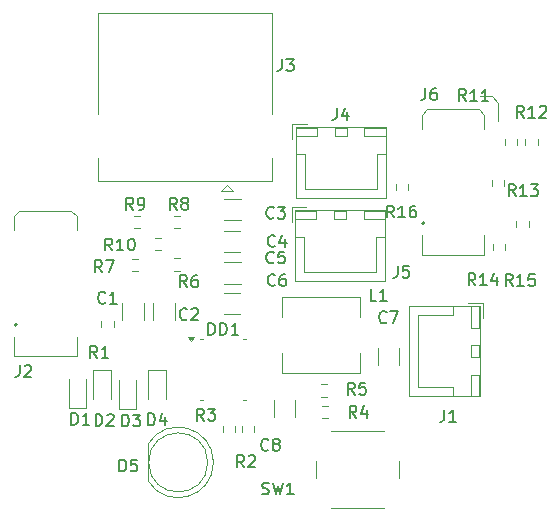
<source format=gbr>
%TF.GenerationSoftware,KiCad,Pcbnew,8.0.4*%
%TF.CreationDate,2024-12-31T00:11:05+04:00*%
%TF.ProjectId,Powerbank,506f7765-7262-4616-9e6b-2e6b69636164,rev?*%
%TF.SameCoordinates,Original*%
%TF.FileFunction,Legend,Top*%
%TF.FilePolarity,Positive*%
%FSLAX46Y46*%
G04 Gerber Fmt 4.6, Leading zero omitted, Abs format (unit mm)*
G04 Created by KiCad (PCBNEW 8.0.4) date 2024-12-31 00:11:05*
%MOMM*%
%LPD*%
G01*
G04 APERTURE LIST*
%ADD10C,0.100000*%
%ADD11C,0.150000*%
%ADD12C,0.120000*%
G04 APERTURE END LIST*
D10*
X155500000Y-84200000D02*
X156500000Y-84200000D01*
X156500000Y-84200000D02*
X157050000Y-84850000D01*
X157050000Y-84850000D02*
X157050000Y-86350000D01*
D11*
X137583333Y-114159580D02*
X137535714Y-114207200D01*
X137535714Y-114207200D02*
X137392857Y-114254819D01*
X137392857Y-114254819D02*
X137297619Y-114254819D01*
X137297619Y-114254819D02*
X137154762Y-114207200D01*
X137154762Y-114207200D02*
X137059524Y-114111961D01*
X137059524Y-114111961D02*
X137011905Y-114016723D01*
X137011905Y-114016723D02*
X136964286Y-113826247D01*
X136964286Y-113826247D02*
X136964286Y-113683390D01*
X136964286Y-113683390D02*
X137011905Y-113492914D01*
X137011905Y-113492914D02*
X137059524Y-113397676D01*
X137059524Y-113397676D02*
X137154762Y-113302438D01*
X137154762Y-113302438D02*
X137297619Y-113254819D01*
X137297619Y-113254819D02*
X137392857Y-113254819D01*
X137392857Y-113254819D02*
X137535714Y-113302438D01*
X137535714Y-113302438D02*
X137583333Y-113350057D01*
X138154762Y-113683390D02*
X138059524Y-113635771D01*
X138059524Y-113635771D02*
X138011905Y-113588152D01*
X138011905Y-113588152D02*
X137964286Y-113492914D01*
X137964286Y-113492914D02*
X137964286Y-113445295D01*
X137964286Y-113445295D02*
X138011905Y-113350057D01*
X138011905Y-113350057D02*
X138059524Y-113302438D01*
X138059524Y-113302438D02*
X138154762Y-113254819D01*
X138154762Y-113254819D02*
X138345238Y-113254819D01*
X138345238Y-113254819D02*
X138440476Y-113302438D01*
X138440476Y-113302438D02*
X138488095Y-113350057D01*
X138488095Y-113350057D02*
X138535714Y-113445295D01*
X138535714Y-113445295D02*
X138535714Y-113492914D01*
X138535714Y-113492914D02*
X138488095Y-113588152D01*
X138488095Y-113588152D02*
X138440476Y-113635771D01*
X138440476Y-113635771D02*
X138345238Y-113683390D01*
X138345238Y-113683390D02*
X138154762Y-113683390D01*
X138154762Y-113683390D02*
X138059524Y-113731009D01*
X138059524Y-113731009D02*
X138011905Y-113778628D01*
X138011905Y-113778628D02*
X137964286Y-113873866D01*
X137964286Y-113873866D02*
X137964286Y-114064342D01*
X137964286Y-114064342D02*
X138011905Y-114159580D01*
X138011905Y-114159580D02*
X138059524Y-114207200D01*
X138059524Y-114207200D02*
X138154762Y-114254819D01*
X138154762Y-114254819D02*
X138345238Y-114254819D01*
X138345238Y-114254819D02*
X138440476Y-114207200D01*
X138440476Y-114207200D02*
X138488095Y-114159580D01*
X138488095Y-114159580D02*
X138535714Y-114064342D01*
X138535714Y-114064342D02*
X138535714Y-113873866D01*
X138535714Y-113873866D02*
X138488095Y-113778628D01*
X138488095Y-113778628D02*
X138440476Y-113731009D01*
X138440476Y-113731009D02*
X138345238Y-113683390D01*
X130683333Y-103109580D02*
X130635714Y-103157200D01*
X130635714Y-103157200D02*
X130492857Y-103204819D01*
X130492857Y-103204819D02*
X130397619Y-103204819D01*
X130397619Y-103204819D02*
X130254762Y-103157200D01*
X130254762Y-103157200D02*
X130159524Y-103061961D01*
X130159524Y-103061961D02*
X130111905Y-102966723D01*
X130111905Y-102966723D02*
X130064286Y-102776247D01*
X130064286Y-102776247D02*
X130064286Y-102633390D01*
X130064286Y-102633390D02*
X130111905Y-102442914D01*
X130111905Y-102442914D02*
X130159524Y-102347676D01*
X130159524Y-102347676D02*
X130254762Y-102252438D01*
X130254762Y-102252438D02*
X130397619Y-102204819D01*
X130397619Y-102204819D02*
X130492857Y-102204819D01*
X130492857Y-102204819D02*
X130635714Y-102252438D01*
X130635714Y-102252438D02*
X130683333Y-102300057D01*
X131064286Y-102300057D02*
X131111905Y-102252438D01*
X131111905Y-102252438D02*
X131207143Y-102204819D01*
X131207143Y-102204819D02*
X131445238Y-102204819D01*
X131445238Y-102204819D02*
X131540476Y-102252438D01*
X131540476Y-102252438D02*
X131588095Y-102300057D01*
X131588095Y-102300057D02*
X131635714Y-102395295D01*
X131635714Y-102395295D02*
X131635714Y-102490533D01*
X131635714Y-102490533D02*
X131588095Y-102633390D01*
X131588095Y-102633390D02*
X131016667Y-103204819D01*
X131016667Y-103204819D02*
X131635714Y-103204819D01*
X158507142Y-92704819D02*
X158173809Y-92228628D01*
X157935714Y-92704819D02*
X157935714Y-91704819D01*
X157935714Y-91704819D02*
X158316666Y-91704819D01*
X158316666Y-91704819D02*
X158411904Y-91752438D01*
X158411904Y-91752438D02*
X158459523Y-91800057D01*
X158459523Y-91800057D02*
X158507142Y-91895295D01*
X158507142Y-91895295D02*
X158507142Y-92038152D01*
X158507142Y-92038152D02*
X158459523Y-92133390D01*
X158459523Y-92133390D02*
X158411904Y-92181009D01*
X158411904Y-92181009D02*
X158316666Y-92228628D01*
X158316666Y-92228628D02*
X157935714Y-92228628D01*
X159459523Y-92704819D02*
X158888095Y-92704819D01*
X159173809Y-92704819D02*
X159173809Y-91704819D01*
X159173809Y-91704819D02*
X159078571Y-91847676D01*
X159078571Y-91847676D02*
X158983333Y-91942914D01*
X158983333Y-91942914D02*
X158888095Y-91990533D01*
X159792857Y-91704819D02*
X160411904Y-91704819D01*
X160411904Y-91704819D02*
X160078571Y-92085771D01*
X160078571Y-92085771D02*
X160221428Y-92085771D01*
X160221428Y-92085771D02*
X160316666Y-92133390D01*
X160316666Y-92133390D02*
X160364285Y-92181009D01*
X160364285Y-92181009D02*
X160411904Y-92276247D01*
X160411904Y-92276247D02*
X160411904Y-92514342D01*
X160411904Y-92514342D02*
X160364285Y-92609580D01*
X160364285Y-92609580D02*
X160316666Y-92657200D01*
X160316666Y-92657200D02*
X160221428Y-92704819D01*
X160221428Y-92704819D02*
X159935714Y-92704819D01*
X159935714Y-92704819D02*
X159840476Y-92657200D01*
X159840476Y-92657200D02*
X159792857Y-92609580D01*
X137066667Y-117907200D02*
X137209524Y-117954819D01*
X137209524Y-117954819D02*
X137447619Y-117954819D01*
X137447619Y-117954819D02*
X137542857Y-117907200D01*
X137542857Y-117907200D02*
X137590476Y-117859580D01*
X137590476Y-117859580D02*
X137638095Y-117764342D01*
X137638095Y-117764342D02*
X137638095Y-117669104D01*
X137638095Y-117669104D02*
X137590476Y-117573866D01*
X137590476Y-117573866D02*
X137542857Y-117526247D01*
X137542857Y-117526247D02*
X137447619Y-117478628D01*
X137447619Y-117478628D02*
X137257143Y-117431009D01*
X137257143Y-117431009D02*
X137161905Y-117383390D01*
X137161905Y-117383390D02*
X137114286Y-117335771D01*
X137114286Y-117335771D02*
X137066667Y-117240533D01*
X137066667Y-117240533D02*
X137066667Y-117145295D01*
X137066667Y-117145295D02*
X137114286Y-117050057D01*
X137114286Y-117050057D02*
X137161905Y-117002438D01*
X137161905Y-117002438D02*
X137257143Y-116954819D01*
X137257143Y-116954819D02*
X137495238Y-116954819D01*
X137495238Y-116954819D02*
X137638095Y-117002438D01*
X137971429Y-116954819D02*
X138209524Y-117954819D01*
X138209524Y-117954819D02*
X138400000Y-117240533D01*
X138400000Y-117240533D02*
X138590476Y-117954819D01*
X138590476Y-117954819D02*
X138828572Y-116954819D01*
X139733333Y-117954819D02*
X139161905Y-117954819D01*
X139447619Y-117954819D02*
X139447619Y-116954819D01*
X139447619Y-116954819D02*
X139352381Y-117097676D01*
X139352381Y-117097676D02*
X139257143Y-117192914D01*
X139257143Y-117192914D02*
X139161905Y-117240533D01*
X116516666Y-107004819D02*
X116516666Y-107719104D01*
X116516666Y-107719104D02*
X116469047Y-107861961D01*
X116469047Y-107861961D02*
X116373809Y-107957200D01*
X116373809Y-107957200D02*
X116230952Y-108004819D01*
X116230952Y-108004819D02*
X116135714Y-108004819D01*
X116945238Y-107100057D02*
X116992857Y-107052438D01*
X116992857Y-107052438D02*
X117088095Y-107004819D01*
X117088095Y-107004819D02*
X117326190Y-107004819D01*
X117326190Y-107004819D02*
X117421428Y-107052438D01*
X117421428Y-107052438D02*
X117469047Y-107100057D01*
X117469047Y-107100057D02*
X117516666Y-107195295D01*
X117516666Y-107195295D02*
X117516666Y-107290533D01*
X117516666Y-107290533D02*
X117469047Y-107433390D01*
X117469047Y-107433390D02*
X116897619Y-108004819D01*
X116897619Y-108004819D02*
X117516666Y-108004819D01*
X150866666Y-83554819D02*
X150866666Y-84269104D01*
X150866666Y-84269104D02*
X150819047Y-84411961D01*
X150819047Y-84411961D02*
X150723809Y-84507200D01*
X150723809Y-84507200D02*
X150580952Y-84554819D01*
X150580952Y-84554819D02*
X150485714Y-84554819D01*
X151771428Y-83554819D02*
X151580952Y-83554819D01*
X151580952Y-83554819D02*
X151485714Y-83602438D01*
X151485714Y-83602438D02*
X151438095Y-83650057D01*
X151438095Y-83650057D02*
X151342857Y-83792914D01*
X151342857Y-83792914D02*
X151295238Y-83983390D01*
X151295238Y-83983390D02*
X151295238Y-84364342D01*
X151295238Y-84364342D02*
X151342857Y-84459580D01*
X151342857Y-84459580D02*
X151390476Y-84507200D01*
X151390476Y-84507200D02*
X151485714Y-84554819D01*
X151485714Y-84554819D02*
X151676190Y-84554819D01*
X151676190Y-84554819D02*
X151771428Y-84507200D01*
X151771428Y-84507200D02*
X151819047Y-84459580D01*
X151819047Y-84459580D02*
X151866666Y-84364342D01*
X151866666Y-84364342D02*
X151866666Y-84126247D01*
X151866666Y-84126247D02*
X151819047Y-84031009D01*
X151819047Y-84031009D02*
X151771428Y-83983390D01*
X151771428Y-83983390D02*
X151676190Y-83935771D01*
X151676190Y-83935771D02*
X151485714Y-83935771D01*
X151485714Y-83935771D02*
X151390476Y-83983390D01*
X151390476Y-83983390D02*
X151342857Y-84031009D01*
X151342857Y-84031009D02*
X151295238Y-84126247D01*
X146733333Y-101554819D02*
X146257143Y-101554819D01*
X146257143Y-101554819D02*
X146257143Y-100554819D01*
X147590476Y-101554819D02*
X147019048Y-101554819D01*
X147304762Y-101554819D02*
X147304762Y-100554819D01*
X147304762Y-100554819D02*
X147209524Y-100697676D01*
X147209524Y-100697676D02*
X147114286Y-100792914D01*
X147114286Y-100792914D02*
X147019048Y-100840533D01*
X138033333Y-98309580D02*
X137985714Y-98357200D01*
X137985714Y-98357200D02*
X137842857Y-98404819D01*
X137842857Y-98404819D02*
X137747619Y-98404819D01*
X137747619Y-98404819D02*
X137604762Y-98357200D01*
X137604762Y-98357200D02*
X137509524Y-98261961D01*
X137509524Y-98261961D02*
X137461905Y-98166723D01*
X137461905Y-98166723D02*
X137414286Y-97976247D01*
X137414286Y-97976247D02*
X137414286Y-97833390D01*
X137414286Y-97833390D02*
X137461905Y-97642914D01*
X137461905Y-97642914D02*
X137509524Y-97547676D01*
X137509524Y-97547676D02*
X137604762Y-97452438D01*
X137604762Y-97452438D02*
X137747619Y-97404819D01*
X137747619Y-97404819D02*
X137842857Y-97404819D01*
X137842857Y-97404819D02*
X137985714Y-97452438D01*
X137985714Y-97452438D02*
X138033333Y-97500057D01*
X138938095Y-97404819D02*
X138461905Y-97404819D01*
X138461905Y-97404819D02*
X138414286Y-97881009D01*
X138414286Y-97881009D02*
X138461905Y-97833390D01*
X138461905Y-97833390D02*
X138557143Y-97785771D01*
X138557143Y-97785771D02*
X138795238Y-97785771D01*
X138795238Y-97785771D02*
X138890476Y-97833390D01*
X138890476Y-97833390D02*
X138938095Y-97881009D01*
X138938095Y-97881009D02*
X138985714Y-97976247D01*
X138985714Y-97976247D02*
X138985714Y-98214342D01*
X138985714Y-98214342D02*
X138938095Y-98309580D01*
X138938095Y-98309580D02*
X138890476Y-98357200D01*
X138890476Y-98357200D02*
X138795238Y-98404819D01*
X138795238Y-98404819D02*
X138557143Y-98404819D01*
X138557143Y-98404819D02*
X138461905Y-98357200D01*
X138461905Y-98357200D02*
X138414286Y-98309580D01*
X138133333Y-100209580D02*
X138085714Y-100257200D01*
X138085714Y-100257200D02*
X137942857Y-100304819D01*
X137942857Y-100304819D02*
X137847619Y-100304819D01*
X137847619Y-100304819D02*
X137704762Y-100257200D01*
X137704762Y-100257200D02*
X137609524Y-100161961D01*
X137609524Y-100161961D02*
X137561905Y-100066723D01*
X137561905Y-100066723D02*
X137514286Y-99876247D01*
X137514286Y-99876247D02*
X137514286Y-99733390D01*
X137514286Y-99733390D02*
X137561905Y-99542914D01*
X137561905Y-99542914D02*
X137609524Y-99447676D01*
X137609524Y-99447676D02*
X137704762Y-99352438D01*
X137704762Y-99352438D02*
X137847619Y-99304819D01*
X137847619Y-99304819D02*
X137942857Y-99304819D01*
X137942857Y-99304819D02*
X138085714Y-99352438D01*
X138085714Y-99352438D02*
X138133333Y-99400057D01*
X138990476Y-99304819D02*
X138800000Y-99304819D01*
X138800000Y-99304819D02*
X138704762Y-99352438D01*
X138704762Y-99352438D02*
X138657143Y-99400057D01*
X138657143Y-99400057D02*
X138561905Y-99542914D01*
X138561905Y-99542914D02*
X138514286Y-99733390D01*
X138514286Y-99733390D02*
X138514286Y-100114342D01*
X138514286Y-100114342D02*
X138561905Y-100209580D01*
X138561905Y-100209580D02*
X138609524Y-100257200D01*
X138609524Y-100257200D02*
X138704762Y-100304819D01*
X138704762Y-100304819D02*
X138895238Y-100304819D01*
X138895238Y-100304819D02*
X138990476Y-100257200D01*
X138990476Y-100257200D02*
X139038095Y-100209580D01*
X139038095Y-100209580D02*
X139085714Y-100114342D01*
X139085714Y-100114342D02*
X139085714Y-99876247D01*
X139085714Y-99876247D02*
X139038095Y-99781009D01*
X139038095Y-99781009D02*
X138990476Y-99733390D01*
X138990476Y-99733390D02*
X138895238Y-99685771D01*
X138895238Y-99685771D02*
X138704762Y-99685771D01*
X138704762Y-99685771D02*
X138609524Y-99733390D01*
X138609524Y-99733390D02*
X138561905Y-99781009D01*
X138561905Y-99781009D02*
X138514286Y-99876247D01*
X129833333Y-93854819D02*
X129500000Y-93378628D01*
X129261905Y-93854819D02*
X129261905Y-92854819D01*
X129261905Y-92854819D02*
X129642857Y-92854819D01*
X129642857Y-92854819D02*
X129738095Y-92902438D01*
X129738095Y-92902438D02*
X129785714Y-92950057D01*
X129785714Y-92950057D02*
X129833333Y-93045295D01*
X129833333Y-93045295D02*
X129833333Y-93188152D01*
X129833333Y-93188152D02*
X129785714Y-93283390D01*
X129785714Y-93283390D02*
X129738095Y-93331009D01*
X129738095Y-93331009D02*
X129642857Y-93378628D01*
X129642857Y-93378628D02*
X129261905Y-93378628D01*
X130404762Y-93283390D02*
X130309524Y-93235771D01*
X130309524Y-93235771D02*
X130261905Y-93188152D01*
X130261905Y-93188152D02*
X130214286Y-93092914D01*
X130214286Y-93092914D02*
X130214286Y-93045295D01*
X130214286Y-93045295D02*
X130261905Y-92950057D01*
X130261905Y-92950057D02*
X130309524Y-92902438D01*
X130309524Y-92902438D02*
X130404762Y-92854819D01*
X130404762Y-92854819D02*
X130595238Y-92854819D01*
X130595238Y-92854819D02*
X130690476Y-92902438D01*
X130690476Y-92902438D02*
X130738095Y-92950057D01*
X130738095Y-92950057D02*
X130785714Y-93045295D01*
X130785714Y-93045295D02*
X130785714Y-93092914D01*
X130785714Y-93092914D02*
X130738095Y-93188152D01*
X130738095Y-93188152D02*
X130690476Y-93235771D01*
X130690476Y-93235771D02*
X130595238Y-93283390D01*
X130595238Y-93283390D02*
X130404762Y-93283390D01*
X130404762Y-93283390D02*
X130309524Y-93331009D01*
X130309524Y-93331009D02*
X130261905Y-93378628D01*
X130261905Y-93378628D02*
X130214286Y-93473866D01*
X130214286Y-93473866D02*
X130214286Y-93664342D01*
X130214286Y-93664342D02*
X130261905Y-93759580D01*
X130261905Y-93759580D02*
X130309524Y-93807200D01*
X130309524Y-93807200D02*
X130404762Y-93854819D01*
X130404762Y-93854819D02*
X130595238Y-93854819D01*
X130595238Y-93854819D02*
X130690476Y-93807200D01*
X130690476Y-93807200D02*
X130738095Y-93759580D01*
X130738095Y-93759580D02*
X130785714Y-93664342D01*
X130785714Y-93664342D02*
X130785714Y-93473866D01*
X130785714Y-93473866D02*
X130738095Y-93378628D01*
X130738095Y-93378628D02*
X130690476Y-93331009D01*
X130690476Y-93331009D02*
X130595238Y-93283390D01*
X158257142Y-100304819D02*
X157923809Y-99828628D01*
X157685714Y-100304819D02*
X157685714Y-99304819D01*
X157685714Y-99304819D02*
X158066666Y-99304819D01*
X158066666Y-99304819D02*
X158161904Y-99352438D01*
X158161904Y-99352438D02*
X158209523Y-99400057D01*
X158209523Y-99400057D02*
X158257142Y-99495295D01*
X158257142Y-99495295D02*
X158257142Y-99638152D01*
X158257142Y-99638152D02*
X158209523Y-99733390D01*
X158209523Y-99733390D02*
X158161904Y-99781009D01*
X158161904Y-99781009D02*
X158066666Y-99828628D01*
X158066666Y-99828628D02*
X157685714Y-99828628D01*
X159209523Y-100304819D02*
X158638095Y-100304819D01*
X158923809Y-100304819D02*
X158923809Y-99304819D01*
X158923809Y-99304819D02*
X158828571Y-99447676D01*
X158828571Y-99447676D02*
X158733333Y-99542914D01*
X158733333Y-99542914D02*
X158638095Y-99590533D01*
X160114285Y-99304819D02*
X159638095Y-99304819D01*
X159638095Y-99304819D02*
X159590476Y-99781009D01*
X159590476Y-99781009D02*
X159638095Y-99733390D01*
X159638095Y-99733390D02*
X159733333Y-99685771D01*
X159733333Y-99685771D02*
X159971428Y-99685771D01*
X159971428Y-99685771D02*
X160066666Y-99733390D01*
X160066666Y-99733390D02*
X160114285Y-99781009D01*
X160114285Y-99781009D02*
X160161904Y-99876247D01*
X160161904Y-99876247D02*
X160161904Y-100114342D01*
X160161904Y-100114342D02*
X160114285Y-100209580D01*
X160114285Y-100209580D02*
X160066666Y-100257200D01*
X160066666Y-100257200D02*
X159971428Y-100304819D01*
X159971428Y-100304819D02*
X159733333Y-100304819D01*
X159733333Y-100304819D02*
X159638095Y-100257200D01*
X159638095Y-100257200D02*
X159590476Y-100209580D01*
X148516666Y-98604819D02*
X148516666Y-99319104D01*
X148516666Y-99319104D02*
X148469047Y-99461961D01*
X148469047Y-99461961D02*
X148373809Y-99557200D01*
X148373809Y-99557200D02*
X148230952Y-99604819D01*
X148230952Y-99604819D02*
X148135714Y-99604819D01*
X149469047Y-98604819D02*
X148992857Y-98604819D01*
X148992857Y-98604819D02*
X148945238Y-99081009D01*
X148945238Y-99081009D02*
X148992857Y-99033390D01*
X148992857Y-99033390D02*
X149088095Y-98985771D01*
X149088095Y-98985771D02*
X149326190Y-98985771D01*
X149326190Y-98985771D02*
X149421428Y-99033390D01*
X149421428Y-99033390D02*
X149469047Y-99081009D01*
X149469047Y-99081009D02*
X149516666Y-99176247D01*
X149516666Y-99176247D02*
X149516666Y-99414342D01*
X149516666Y-99414342D02*
X149469047Y-99509580D01*
X149469047Y-99509580D02*
X149421428Y-99557200D01*
X149421428Y-99557200D02*
X149326190Y-99604819D01*
X149326190Y-99604819D02*
X149088095Y-99604819D01*
X149088095Y-99604819D02*
X148992857Y-99557200D01*
X148992857Y-99557200D02*
X148945238Y-99509580D01*
X123783333Y-101709580D02*
X123735714Y-101757200D01*
X123735714Y-101757200D02*
X123592857Y-101804819D01*
X123592857Y-101804819D02*
X123497619Y-101804819D01*
X123497619Y-101804819D02*
X123354762Y-101757200D01*
X123354762Y-101757200D02*
X123259524Y-101661961D01*
X123259524Y-101661961D02*
X123211905Y-101566723D01*
X123211905Y-101566723D02*
X123164286Y-101376247D01*
X123164286Y-101376247D02*
X123164286Y-101233390D01*
X123164286Y-101233390D02*
X123211905Y-101042914D01*
X123211905Y-101042914D02*
X123259524Y-100947676D01*
X123259524Y-100947676D02*
X123354762Y-100852438D01*
X123354762Y-100852438D02*
X123497619Y-100804819D01*
X123497619Y-100804819D02*
X123592857Y-100804819D01*
X123592857Y-100804819D02*
X123735714Y-100852438D01*
X123735714Y-100852438D02*
X123783333Y-100900057D01*
X124735714Y-101804819D02*
X124164286Y-101804819D01*
X124450000Y-101804819D02*
X124450000Y-100804819D01*
X124450000Y-100804819D02*
X124354762Y-100947676D01*
X124354762Y-100947676D02*
X124259524Y-101042914D01*
X124259524Y-101042914D02*
X124164286Y-101090533D01*
X135533333Y-115654819D02*
X135200000Y-115178628D01*
X134961905Y-115654819D02*
X134961905Y-114654819D01*
X134961905Y-114654819D02*
X135342857Y-114654819D01*
X135342857Y-114654819D02*
X135438095Y-114702438D01*
X135438095Y-114702438D02*
X135485714Y-114750057D01*
X135485714Y-114750057D02*
X135533333Y-114845295D01*
X135533333Y-114845295D02*
X135533333Y-114988152D01*
X135533333Y-114988152D02*
X135485714Y-115083390D01*
X135485714Y-115083390D02*
X135438095Y-115131009D01*
X135438095Y-115131009D02*
X135342857Y-115178628D01*
X135342857Y-115178628D02*
X134961905Y-115178628D01*
X135914286Y-114750057D02*
X135961905Y-114702438D01*
X135961905Y-114702438D02*
X136057143Y-114654819D01*
X136057143Y-114654819D02*
X136295238Y-114654819D01*
X136295238Y-114654819D02*
X136390476Y-114702438D01*
X136390476Y-114702438D02*
X136438095Y-114750057D01*
X136438095Y-114750057D02*
X136485714Y-114845295D01*
X136485714Y-114845295D02*
X136485714Y-114940533D01*
X136485714Y-114940533D02*
X136438095Y-115083390D01*
X136438095Y-115083390D02*
X135866667Y-115654819D01*
X135866667Y-115654819D02*
X136485714Y-115654819D01*
X148207142Y-94504819D02*
X147873809Y-94028628D01*
X147635714Y-94504819D02*
X147635714Y-93504819D01*
X147635714Y-93504819D02*
X148016666Y-93504819D01*
X148016666Y-93504819D02*
X148111904Y-93552438D01*
X148111904Y-93552438D02*
X148159523Y-93600057D01*
X148159523Y-93600057D02*
X148207142Y-93695295D01*
X148207142Y-93695295D02*
X148207142Y-93838152D01*
X148207142Y-93838152D02*
X148159523Y-93933390D01*
X148159523Y-93933390D02*
X148111904Y-93981009D01*
X148111904Y-93981009D02*
X148016666Y-94028628D01*
X148016666Y-94028628D02*
X147635714Y-94028628D01*
X149159523Y-94504819D02*
X148588095Y-94504819D01*
X148873809Y-94504819D02*
X148873809Y-93504819D01*
X148873809Y-93504819D02*
X148778571Y-93647676D01*
X148778571Y-93647676D02*
X148683333Y-93742914D01*
X148683333Y-93742914D02*
X148588095Y-93790533D01*
X150016666Y-93504819D02*
X149826190Y-93504819D01*
X149826190Y-93504819D02*
X149730952Y-93552438D01*
X149730952Y-93552438D02*
X149683333Y-93600057D01*
X149683333Y-93600057D02*
X149588095Y-93742914D01*
X149588095Y-93742914D02*
X149540476Y-93933390D01*
X149540476Y-93933390D02*
X149540476Y-94314342D01*
X149540476Y-94314342D02*
X149588095Y-94409580D01*
X149588095Y-94409580D02*
X149635714Y-94457200D01*
X149635714Y-94457200D02*
X149730952Y-94504819D01*
X149730952Y-94504819D02*
X149921428Y-94504819D01*
X149921428Y-94504819D02*
X150016666Y-94457200D01*
X150016666Y-94457200D02*
X150064285Y-94409580D01*
X150064285Y-94409580D02*
X150111904Y-94314342D01*
X150111904Y-94314342D02*
X150111904Y-94076247D01*
X150111904Y-94076247D02*
X150064285Y-93981009D01*
X150064285Y-93981009D02*
X150016666Y-93933390D01*
X150016666Y-93933390D02*
X149921428Y-93885771D01*
X149921428Y-93885771D02*
X149730952Y-93885771D01*
X149730952Y-93885771D02*
X149635714Y-93933390D01*
X149635714Y-93933390D02*
X149588095Y-93981009D01*
X149588095Y-93981009D02*
X149540476Y-94076247D01*
X122961905Y-112154819D02*
X122961905Y-111154819D01*
X122961905Y-111154819D02*
X123200000Y-111154819D01*
X123200000Y-111154819D02*
X123342857Y-111202438D01*
X123342857Y-111202438D02*
X123438095Y-111297676D01*
X123438095Y-111297676D02*
X123485714Y-111392914D01*
X123485714Y-111392914D02*
X123533333Y-111583390D01*
X123533333Y-111583390D02*
X123533333Y-111726247D01*
X123533333Y-111726247D02*
X123485714Y-111916723D01*
X123485714Y-111916723D02*
X123438095Y-112011961D01*
X123438095Y-112011961D02*
X123342857Y-112107200D01*
X123342857Y-112107200D02*
X123200000Y-112154819D01*
X123200000Y-112154819D02*
X122961905Y-112154819D01*
X123914286Y-111250057D02*
X123961905Y-111202438D01*
X123961905Y-111202438D02*
X124057143Y-111154819D01*
X124057143Y-111154819D02*
X124295238Y-111154819D01*
X124295238Y-111154819D02*
X124390476Y-111202438D01*
X124390476Y-111202438D02*
X124438095Y-111250057D01*
X124438095Y-111250057D02*
X124485714Y-111345295D01*
X124485714Y-111345295D02*
X124485714Y-111440533D01*
X124485714Y-111440533D02*
X124438095Y-111583390D01*
X124438095Y-111583390D02*
X123866667Y-112154819D01*
X123866667Y-112154819D02*
X124485714Y-112154819D01*
X120911905Y-112054819D02*
X120911905Y-111054819D01*
X120911905Y-111054819D02*
X121150000Y-111054819D01*
X121150000Y-111054819D02*
X121292857Y-111102438D01*
X121292857Y-111102438D02*
X121388095Y-111197676D01*
X121388095Y-111197676D02*
X121435714Y-111292914D01*
X121435714Y-111292914D02*
X121483333Y-111483390D01*
X121483333Y-111483390D02*
X121483333Y-111626247D01*
X121483333Y-111626247D02*
X121435714Y-111816723D01*
X121435714Y-111816723D02*
X121388095Y-111911961D01*
X121388095Y-111911961D02*
X121292857Y-112007200D01*
X121292857Y-112007200D02*
X121150000Y-112054819D01*
X121150000Y-112054819D02*
X120911905Y-112054819D01*
X122435714Y-112054819D02*
X121864286Y-112054819D01*
X122150000Y-112054819D02*
X122150000Y-111054819D01*
X122150000Y-111054819D02*
X122054762Y-111197676D01*
X122054762Y-111197676D02*
X121959524Y-111292914D01*
X121959524Y-111292914D02*
X121864286Y-111340533D01*
X132133333Y-111704819D02*
X131800000Y-111228628D01*
X131561905Y-111704819D02*
X131561905Y-110704819D01*
X131561905Y-110704819D02*
X131942857Y-110704819D01*
X131942857Y-110704819D02*
X132038095Y-110752438D01*
X132038095Y-110752438D02*
X132085714Y-110800057D01*
X132085714Y-110800057D02*
X132133333Y-110895295D01*
X132133333Y-110895295D02*
X132133333Y-111038152D01*
X132133333Y-111038152D02*
X132085714Y-111133390D01*
X132085714Y-111133390D02*
X132038095Y-111181009D01*
X132038095Y-111181009D02*
X131942857Y-111228628D01*
X131942857Y-111228628D02*
X131561905Y-111228628D01*
X132466667Y-110704819D02*
X133085714Y-110704819D01*
X133085714Y-110704819D02*
X132752381Y-111085771D01*
X132752381Y-111085771D02*
X132895238Y-111085771D01*
X132895238Y-111085771D02*
X132990476Y-111133390D01*
X132990476Y-111133390D02*
X133038095Y-111181009D01*
X133038095Y-111181009D02*
X133085714Y-111276247D01*
X133085714Y-111276247D02*
X133085714Y-111514342D01*
X133085714Y-111514342D02*
X133038095Y-111609580D01*
X133038095Y-111609580D02*
X132990476Y-111657200D01*
X132990476Y-111657200D02*
X132895238Y-111704819D01*
X132895238Y-111704819D02*
X132609524Y-111704819D01*
X132609524Y-111704819D02*
X132514286Y-111657200D01*
X132514286Y-111657200D02*
X132466667Y-111609580D01*
X123483333Y-99154819D02*
X123150000Y-98678628D01*
X122911905Y-99154819D02*
X122911905Y-98154819D01*
X122911905Y-98154819D02*
X123292857Y-98154819D01*
X123292857Y-98154819D02*
X123388095Y-98202438D01*
X123388095Y-98202438D02*
X123435714Y-98250057D01*
X123435714Y-98250057D02*
X123483333Y-98345295D01*
X123483333Y-98345295D02*
X123483333Y-98488152D01*
X123483333Y-98488152D02*
X123435714Y-98583390D01*
X123435714Y-98583390D02*
X123388095Y-98631009D01*
X123388095Y-98631009D02*
X123292857Y-98678628D01*
X123292857Y-98678628D02*
X122911905Y-98678628D01*
X123816667Y-98154819D02*
X124483333Y-98154819D01*
X124483333Y-98154819D02*
X124054762Y-99154819D01*
X125211905Y-112204819D02*
X125211905Y-111204819D01*
X125211905Y-111204819D02*
X125450000Y-111204819D01*
X125450000Y-111204819D02*
X125592857Y-111252438D01*
X125592857Y-111252438D02*
X125688095Y-111347676D01*
X125688095Y-111347676D02*
X125735714Y-111442914D01*
X125735714Y-111442914D02*
X125783333Y-111633390D01*
X125783333Y-111633390D02*
X125783333Y-111776247D01*
X125783333Y-111776247D02*
X125735714Y-111966723D01*
X125735714Y-111966723D02*
X125688095Y-112061961D01*
X125688095Y-112061961D02*
X125592857Y-112157200D01*
X125592857Y-112157200D02*
X125450000Y-112204819D01*
X125450000Y-112204819D02*
X125211905Y-112204819D01*
X126116667Y-111204819D02*
X126735714Y-111204819D01*
X126735714Y-111204819D02*
X126402381Y-111585771D01*
X126402381Y-111585771D02*
X126545238Y-111585771D01*
X126545238Y-111585771D02*
X126640476Y-111633390D01*
X126640476Y-111633390D02*
X126688095Y-111681009D01*
X126688095Y-111681009D02*
X126735714Y-111776247D01*
X126735714Y-111776247D02*
X126735714Y-112014342D01*
X126735714Y-112014342D02*
X126688095Y-112109580D01*
X126688095Y-112109580D02*
X126640476Y-112157200D01*
X126640476Y-112157200D02*
X126545238Y-112204819D01*
X126545238Y-112204819D02*
X126259524Y-112204819D01*
X126259524Y-112204819D02*
X126164286Y-112157200D01*
X126164286Y-112157200D02*
X126116667Y-112109580D01*
X145033333Y-111464819D02*
X144700000Y-110988628D01*
X144461905Y-111464819D02*
X144461905Y-110464819D01*
X144461905Y-110464819D02*
X144842857Y-110464819D01*
X144842857Y-110464819D02*
X144938095Y-110512438D01*
X144938095Y-110512438D02*
X144985714Y-110560057D01*
X144985714Y-110560057D02*
X145033333Y-110655295D01*
X145033333Y-110655295D02*
X145033333Y-110798152D01*
X145033333Y-110798152D02*
X144985714Y-110893390D01*
X144985714Y-110893390D02*
X144938095Y-110941009D01*
X144938095Y-110941009D02*
X144842857Y-110988628D01*
X144842857Y-110988628D02*
X144461905Y-110988628D01*
X145890476Y-110798152D02*
X145890476Y-111464819D01*
X145652381Y-110417200D02*
X145414286Y-111131485D01*
X145414286Y-111131485D02*
X146033333Y-111131485D01*
X138033333Y-94509580D02*
X137985714Y-94557200D01*
X137985714Y-94557200D02*
X137842857Y-94604819D01*
X137842857Y-94604819D02*
X137747619Y-94604819D01*
X137747619Y-94604819D02*
X137604762Y-94557200D01*
X137604762Y-94557200D02*
X137509524Y-94461961D01*
X137509524Y-94461961D02*
X137461905Y-94366723D01*
X137461905Y-94366723D02*
X137414286Y-94176247D01*
X137414286Y-94176247D02*
X137414286Y-94033390D01*
X137414286Y-94033390D02*
X137461905Y-93842914D01*
X137461905Y-93842914D02*
X137509524Y-93747676D01*
X137509524Y-93747676D02*
X137604762Y-93652438D01*
X137604762Y-93652438D02*
X137747619Y-93604819D01*
X137747619Y-93604819D02*
X137842857Y-93604819D01*
X137842857Y-93604819D02*
X137985714Y-93652438D01*
X137985714Y-93652438D02*
X138033333Y-93700057D01*
X138366667Y-93604819D02*
X138985714Y-93604819D01*
X138985714Y-93604819D02*
X138652381Y-93985771D01*
X138652381Y-93985771D02*
X138795238Y-93985771D01*
X138795238Y-93985771D02*
X138890476Y-94033390D01*
X138890476Y-94033390D02*
X138938095Y-94081009D01*
X138938095Y-94081009D02*
X138985714Y-94176247D01*
X138985714Y-94176247D02*
X138985714Y-94414342D01*
X138985714Y-94414342D02*
X138938095Y-94509580D01*
X138938095Y-94509580D02*
X138890476Y-94557200D01*
X138890476Y-94557200D02*
X138795238Y-94604819D01*
X138795238Y-94604819D02*
X138509524Y-94604819D01*
X138509524Y-94604819D02*
X138414286Y-94557200D01*
X138414286Y-94557200D02*
X138366667Y-94509580D01*
X126133333Y-93854819D02*
X125800000Y-93378628D01*
X125561905Y-93854819D02*
X125561905Y-92854819D01*
X125561905Y-92854819D02*
X125942857Y-92854819D01*
X125942857Y-92854819D02*
X126038095Y-92902438D01*
X126038095Y-92902438D02*
X126085714Y-92950057D01*
X126085714Y-92950057D02*
X126133333Y-93045295D01*
X126133333Y-93045295D02*
X126133333Y-93188152D01*
X126133333Y-93188152D02*
X126085714Y-93283390D01*
X126085714Y-93283390D02*
X126038095Y-93331009D01*
X126038095Y-93331009D02*
X125942857Y-93378628D01*
X125942857Y-93378628D02*
X125561905Y-93378628D01*
X126609524Y-93854819D02*
X126800000Y-93854819D01*
X126800000Y-93854819D02*
X126895238Y-93807200D01*
X126895238Y-93807200D02*
X126942857Y-93759580D01*
X126942857Y-93759580D02*
X127038095Y-93616723D01*
X127038095Y-93616723D02*
X127085714Y-93426247D01*
X127085714Y-93426247D02*
X127085714Y-93045295D01*
X127085714Y-93045295D02*
X127038095Y-92950057D01*
X127038095Y-92950057D02*
X126990476Y-92902438D01*
X126990476Y-92902438D02*
X126895238Y-92854819D01*
X126895238Y-92854819D02*
X126704762Y-92854819D01*
X126704762Y-92854819D02*
X126609524Y-92902438D01*
X126609524Y-92902438D02*
X126561905Y-92950057D01*
X126561905Y-92950057D02*
X126514286Y-93045295D01*
X126514286Y-93045295D02*
X126514286Y-93283390D01*
X126514286Y-93283390D02*
X126561905Y-93378628D01*
X126561905Y-93378628D02*
X126609524Y-93426247D01*
X126609524Y-93426247D02*
X126704762Y-93473866D01*
X126704762Y-93473866D02*
X126895238Y-93473866D01*
X126895238Y-93473866D02*
X126990476Y-93426247D01*
X126990476Y-93426247D02*
X127038095Y-93378628D01*
X127038095Y-93378628D02*
X127085714Y-93283390D01*
X127411905Y-112104819D02*
X127411905Y-111104819D01*
X127411905Y-111104819D02*
X127650000Y-111104819D01*
X127650000Y-111104819D02*
X127792857Y-111152438D01*
X127792857Y-111152438D02*
X127888095Y-111247676D01*
X127888095Y-111247676D02*
X127935714Y-111342914D01*
X127935714Y-111342914D02*
X127983333Y-111533390D01*
X127983333Y-111533390D02*
X127983333Y-111676247D01*
X127983333Y-111676247D02*
X127935714Y-111866723D01*
X127935714Y-111866723D02*
X127888095Y-111961961D01*
X127888095Y-111961961D02*
X127792857Y-112057200D01*
X127792857Y-112057200D02*
X127650000Y-112104819D01*
X127650000Y-112104819D02*
X127411905Y-112104819D01*
X128840476Y-111438152D02*
X128840476Y-112104819D01*
X128602381Y-111057200D02*
X128364286Y-111771485D01*
X128364286Y-111771485D02*
X128983333Y-111771485D01*
X138133333Y-96909580D02*
X138085714Y-96957200D01*
X138085714Y-96957200D02*
X137942857Y-97004819D01*
X137942857Y-97004819D02*
X137847619Y-97004819D01*
X137847619Y-97004819D02*
X137704762Y-96957200D01*
X137704762Y-96957200D02*
X137609524Y-96861961D01*
X137609524Y-96861961D02*
X137561905Y-96766723D01*
X137561905Y-96766723D02*
X137514286Y-96576247D01*
X137514286Y-96576247D02*
X137514286Y-96433390D01*
X137514286Y-96433390D02*
X137561905Y-96242914D01*
X137561905Y-96242914D02*
X137609524Y-96147676D01*
X137609524Y-96147676D02*
X137704762Y-96052438D01*
X137704762Y-96052438D02*
X137847619Y-96004819D01*
X137847619Y-96004819D02*
X137942857Y-96004819D01*
X137942857Y-96004819D02*
X138085714Y-96052438D01*
X138085714Y-96052438D02*
X138133333Y-96100057D01*
X138990476Y-96338152D02*
X138990476Y-97004819D01*
X138752381Y-95957200D02*
X138514286Y-96671485D01*
X138514286Y-96671485D02*
X139133333Y-96671485D01*
X124961905Y-116004819D02*
X124961905Y-115004819D01*
X124961905Y-115004819D02*
X125200000Y-115004819D01*
X125200000Y-115004819D02*
X125342857Y-115052438D01*
X125342857Y-115052438D02*
X125438095Y-115147676D01*
X125438095Y-115147676D02*
X125485714Y-115242914D01*
X125485714Y-115242914D02*
X125533333Y-115433390D01*
X125533333Y-115433390D02*
X125533333Y-115576247D01*
X125533333Y-115576247D02*
X125485714Y-115766723D01*
X125485714Y-115766723D02*
X125438095Y-115861961D01*
X125438095Y-115861961D02*
X125342857Y-115957200D01*
X125342857Y-115957200D02*
X125200000Y-116004819D01*
X125200000Y-116004819D02*
X124961905Y-116004819D01*
X126438095Y-115004819D02*
X125961905Y-115004819D01*
X125961905Y-115004819D02*
X125914286Y-115481009D01*
X125914286Y-115481009D02*
X125961905Y-115433390D01*
X125961905Y-115433390D02*
X126057143Y-115385771D01*
X126057143Y-115385771D02*
X126295238Y-115385771D01*
X126295238Y-115385771D02*
X126390476Y-115433390D01*
X126390476Y-115433390D02*
X126438095Y-115481009D01*
X126438095Y-115481009D02*
X126485714Y-115576247D01*
X126485714Y-115576247D02*
X126485714Y-115814342D01*
X126485714Y-115814342D02*
X126438095Y-115909580D01*
X126438095Y-115909580D02*
X126390476Y-115957200D01*
X126390476Y-115957200D02*
X126295238Y-116004819D01*
X126295238Y-116004819D02*
X126057143Y-116004819D01*
X126057143Y-116004819D02*
X125961905Y-115957200D01*
X125961905Y-115957200D02*
X125914286Y-115909580D01*
X155107142Y-100254819D02*
X154773809Y-99778628D01*
X154535714Y-100254819D02*
X154535714Y-99254819D01*
X154535714Y-99254819D02*
X154916666Y-99254819D01*
X154916666Y-99254819D02*
X155011904Y-99302438D01*
X155011904Y-99302438D02*
X155059523Y-99350057D01*
X155059523Y-99350057D02*
X155107142Y-99445295D01*
X155107142Y-99445295D02*
X155107142Y-99588152D01*
X155107142Y-99588152D02*
X155059523Y-99683390D01*
X155059523Y-99683390D02*
X155011904Y-99731009D01*
X155011904Y-99731009D02*
X154916666Y-99778628D01*
X154916666Y-99778628D02*
X154535714Y-99778628D01*
X156059523Y-100254819D02*
X155488095Y-100254819D01*
X155773809Y-100254819D02*
X155773809Y-99254819D01*
X155773809Y-99254819D02*
X155678571Y-99397676D01*
X155678571Y-99397676D02*
X155583333Y-99492914D01*
X155583333Y-99492914D02*
X155488095Y-99540533D01*
X156916666Y-99588152D02*
X156916666Y-100254819D01*
X156678571Y-99207200D02*
X156440476Y-99921485D01*
X156440476Y-99921485D02*
X157059523Y-99921485D01*
X138716666Y-81104819D02*
X138716666Y-81819104D01*
X138716666Y-81819104D02*
X138669047Y-81961961D01*
X138669047Y-81961961D02*
X138573809Y-82057200D01*
X138573809Y-82057200D02*
X138430952Y-82104819D01*
X138430952Y-82104819D02*
X138335714Y-82104819D01*
X139097619Y-81104819D02*
X139716666Y-81104819D01*
X139716666Y-81104819D02*
X139383333Y-81485771D01*
X139383333Y-81485771D02*
X139526190Y-81485771D01*
X139526190Y-81485771D02*
X139621428Y-81533390D01*
X139621428Y-81533390D02*
X139669047Y-81581009D01*
X139669047Y-81581009D02*
X139716666Y-81676247D01*
X139716666Y-81676247D02*
X139716666Y-81914342D01*
X139716666Y-81914342D02*
X139669047Y-82009580D01*
X139669047Y-82009580D02*
X139621428Y-82057200D01*
X139621428Y-82057200D02*
X139526190Y-82104819D01*
X139526190Y-82104819D02*
X139240476Y-82104819D01*
X139240476Y-82104819D02*
X139145238Y-82057200D01*
X139145238Y-82057200D02*
X139097619Y-82009580D01*
X144883333Y-109514819D02*
X144550000Y-109038628D01*
X144311905Y-109514819D02*
X144311905Y-108514819D01*
X144311905Y-108514819D02*
X144692857Y-108514819D01*
X144692857Y-108514819D02*
X144788095Y-108562438D01*
X144788095Y-108562438D02*
X144835714Y-108610057D01*
X144835714Y-108610057D02*
X144883333Y-108705295D01*
X144883333Y-108705295D02*
X144883333Y-108848152D01*
X144883333Y-108848152D02*
X144835714Y-108943390D01*
X144835714Y-108943390D02*
X144788095Y-108991009D01*
X144788095Y-108991009D02*
X144692857Y-109038628D01*
X144692857Y-109038628D02*
X144311905Y-109038628D01*
X145788095Y-108514819D02*
X145311905Y-108514819D01*
X145311905Y-108514819D02*
X145264286Y-108991009D01*
X145264286Y-108991009D02*
X145311905Y-108943390D01*
X145311905Y-108943390D02*
X145407143Y-108895771D01*
X145407143Y-108895771D02*
X145645238Y-108895771D01*
X145645238Y-108895771D02*
X145740476Y-108943390D01*
X145740476Y-108943390D02*
X145788095Y-108991009D01*
X145788095Y-108991009D02*
X145835714Y-109086247D01*
X145835714Y-109086247D02*
X145835714Y-109324342D01*
X145835714Y-109324342D02*
X145788095Y-109419580D01*
X145788095Y-109419580D02*
X145740476Y-109467200D01*
X145740476Y-109467200D02*
X145645238Y-109514819D01*
X145645238Y-109514819D02*
X145407143Y-109514819D01*
X145407143Y-109514819D02*
X145311905Y-109467200D01*
X145311905Y-109467200D02*
X145264286Y-109419580D01*
X152466666Y-110804819D02*
X152466666Y-111519104D01*
X152466666Y-111519104D02*
X152419047Y-111661961D01*
X152419047Y-111661961D02*
X152323809Y-111757200D01*
X152323809Y-111757200D02*
X152180952Y-111804819D01*
X152180952Y-111804819D02*
X152085714Y-111804819D01*
X153466666Y-111804819D02*
X152895238Y-111804819D01*
X153180952Y-111804819D02*
X153180952Y-110804819D01*
X153180952Y-110804819D02*
X153085714Y-110947676D01*
X153085714Y-110947676D02*
X152990476Y-111042914D01*
X152990476Y-111042914D02*
X152895238Y-111090533D01*
X130683333Y-100404819D02*
X130350000Y-99928628D01*
X130111905Y-100404819D02*
X130111905Y-99404819D01*
X130111905Y-99404819D02*
X130492857Y-99404819D01*
X130492857Y-99404819D02*
X130588095Y-99452438D01*
X130588095Y-99452438D02*
X130635714Y-99500057D01*
X130635714Y-99500057D02*
X130683333Y-99595295D01*
X130683333Y-99595295D02*
X130683333Y-99738152D01*
X130683333Y-99738152D02*
X130635714Y-99833390D01*
X130635714Y-99833390D02*
X130588095Y-99881009D01*
X130588095Y-99881009D02*
X130492857Y-99928628D01*
X130492857Y-99928628D02*
X130111905Y-99928628D01*
X131540476Y-99404819D02*
X131350000Y-99404819D01*
X131350000Y-99404819D02*
X131254762Y-99452438D01*
X131254762Y-99452438D02*
X131207143Y-99500057D01*
X131207143Y-99500057D02*
X131111905Y-99642914D01*
X131111905Y-99642914D02*
X131064286Y-99833390D01*
X131064286Y-99833390D02*
X131064286Y-100214342D01*
X131064286Y-100214342D02*
X131111905Y-100309580D01*
X131111905Y-100309580D02*
X131159524Y-100357200D01*
X131159524Y-100357200D02*
X131254762Y-100404819D01*
X131254762Y-100404819D02*
X131445238Y-100404819D01*
X131445238Y-100404819D02*
X131540476Y-100357200D01*
X131540476Y-100357200D02*
X131588095Y-100309580D01*
X131588095Y-100309580D02*
X131635714Y-100214342D01*
X131635714Y-100214342D02*
X131635714Y-99976247D01*
X131635714Y-99976247D02*
X131588095Y-99881009D01*
X131588095Y-99881009D02*
X131540476Y-99833390D01*
X131540476Y-99833390D02*
X131445238Y-99785771D01*
X131445238Y-99785771D02*
X131254762Y-99785771D01*
X131254762Y-99785771D02*
X131159524Y-99833390D01*
X131159524Y-99833390D02*
X131111905Y-99881009D01*
X131111905Y-99881009D02*
X131064286Y-99976247D01*
X124357142Y-97304819D02*
X124023809Y-96828628D01*
X123785714Y-97304819D02*
X123785714Y-96304819D01*
X123785714Y-96304819D02*
X124166666Y-96304819D01*
X124166666Y-96304819D02*
X124261904Y-96352438D01*
X124261904Y-96352438D02*
X124309523Y-96400057D01*
X124309523Y-96400057D02*
X124357142Y-96495295D01*
X124357142Y-96495295D02*
X124357142Y-96638152D01*
X124357142Y-96638152D02*
X124309523Y-96733390D01*
X124309523Y-96733390D02*
X124261904Y-96781009D01*
X124261904Y-96781009D02*
X124166666Y-96828628D01*
X124166666Y-96828628D02*
X123785714Y-96828628D01*
X125309523Y-97304819D02*
X124738095Y-97304819D01*
X125023809Y-97304819D02*
X125023809Y-96304819D01*
X125023809Y-96304819D02*
X124928571Y-96447676D01*
X124928571Y-96447676D02*
X124833333Y-96542914D01*
X124833333Y-96542914D02*
X124738095Y-96590533D01*
X125928571Y-96304819D02*
X126023809Y-96304819D01*
X126023809Y-96304819D02*
X126119047Y-96352438D01*
X126119047Y-96352438D02*
X126166666Y-96400057D01*
X126166666Y-96400057D02*
X126214285Y-96495295D01*
X126214285Y-96495295D02*
X126261904Y-96685771D01*
X126261904Y-96685771D02*
X126261904Y-96923866D01*
X126261904Y-96923866D02*
X126214285Y-97114342D01*
X126214285Y-97114342D02*
X126166666Y-97209580D01*
X126166666Y-97209580D02*
X126119047Y-97257200D01*
X126119047Y-97257200D02*
X126023809Y-97304819D01*
X126023809Y-97304819D02*
X125928571Y-97304819D01*
X125928571Y-97304819D02*
X125833333Y-97257200D01*
X125833333Y-97257200D02*
X125785714Y-97209580D01*
X125785714Y-97209580D02*
X125738095Y-97114342D01*
X125738095Y-97114342D02*
X125690476Y-96923866D01*
X125690476Y-96923866D02*
X125690476Y-96685771D01*
X125690476Y-96685771D02*
X125738095Y-96495295D01*
X125738095Y-96495295D02*
X125785714Y-96400057D01*
X125785714Y-96400057D02*
X125833333Y-96352438D01*
X125833333Y-96352438D02*
X125928571Y-96304819D01*
X147583333Y-103359580D02*
X147535714Y-103407200D01*
X147535714Y-103407200D02*
X147392857Y-103454819D01*
X147392857Y-103454819D02*
X147297619Y-103454819D01*
X147297619Y-103454819D02*
X147154762Y-103407200D01*
X147154762Y-103407200D02*
X147059524Y-103311961D01*
X147059524Y-103311961D02*
X147011905Y-103216723D01*
X147011905Y-103216723D02*
X146964286Y-103026247D01*
X146964286Y-103026247D02*
X146964286Y-102883390D01*
X146964286Y-102883390D02*
X147011905Y-102692914D01*
X147011905Y-102692914D02*
X147059524Y-102597676D01*
X147059524Y-102597676D02*
X147154762Y-102502438D01*
X147154762Y-102502438D02*
X147297619Y-102454819D01*
X147297619Y-102454819D02*
X147392857Y-102454819D01*
X147392857Y-102454819D02*
X147535714Y-102502438D01*
X147535714Y-102502438D02*
X147583333Y-102550057D01*
X147916667Y-102454819D02*
X148583333Y-102454819D01*
X148583333Y-102454819D02*
X148154762Y-103454819D01*
X154307142Y-84654819D02*
X153973809Y-84178628D01*
X153735714Y-84654819D02*
X153735714Y-83654819D01*
X153735714Y-83654819D02*
X154116666Y-83654819D01*
X154116666Y-83654819D02*
X154211904Y-83702438D01*
X154211904Y-83702438D02*
X154259523Y-83750057D01*
X154259523Y-83750057D02*
X154307142Y-83845295D01*
X154307142Y-83845295D02*
X154307142Y-83988152D01*
X154307142Y-83988152D02*
X154259523Y-84083390D01*
X154259523Y-84083390D02*
X154211904Y-84131009D01*
X154211904Y-84131009D02*
X154116666Y-84178628D01*
X154116666Y-84178628D02*
X153735714Y-84178628D01*
X155259523Y-84654819D02*
X154688095Y-84654819D01*
X154973809Y-84654819D02*
X154973809Y-83654819D01*
X154973809Y-83654819D02*
X154878571Y-83797676D01*
X154878571Y-83797676D02*
X154783333Y-83892914D01*
X154783333Y-83892914D02*
X154688095Y-83940533D01*
X156211904Y-84654819D02*
X155640476Y-84654819D01*
X155926190Y-84654819D02*
X155926190Y-83654819D01*
X155926190Y-83654819D02*
X155830952Y-83797676D01*
X155830952Y-83797676D02*
X155735714Y-83892914D01*
X155735714Y-83892914D02*
X155640476Y-83940533D01*
X159207142Y-86054819D02*
X158873809Y-85578628D01*
X158635714Y-86054819D02*
X158635714Y-85054819D01*
X158635714Y-85054819D02*
X159016666Y-85054819D01*
X159016666Y-85054819D02*
X159111904Y-85102438D01*
X159111904Y-85102438D02*
X159159523Y-85150057D01*
X159159523Y-85150057D02*
X159207142Y-85245295D01*
X159207142Y-85245295D02*
X159207142Y-85388152D01*
X159207142Y-85388152D02*
X159159523Y-85483390D01*
X159159523Y-85483390D02*
X159111904Y-85531009D01*
X159111904Y-85531009D02*
X159016666Y-85578628D01*
X159016666Y-85578628D02*
X158635714Y-85578628D01*
X160159523Y-86054819D02*
X159588095Y-86054819D01*
X159873809Y-86054819D02*
X159873809Y-85054819D01*
X159873809Y-85054819D02*
X159778571Y-85197676D01*
X159778571Y-85197676D02*
X159683333Y-85292914D01*
X159683333Y-85292914D02*
X159588095Y-85340533D01*
X160540476Y-85150057D02*
X160588095Y-85102438D01*
X160588095Y-85102438D02*
X160683333Y-85054819D01*
X160683333Y-85054819D02*
X160921428Y-85054819D01*
X160921428Y-85054819D02*
X161016666Y-85102438D01*
X161016666Y-85102438D02*
X161064285Y-85150057D01*
X161064285Y-85150057D02*
X161111904Y-85245295D01*
X161111904Y-85245295D02*
X161111904Y-85340533D01*
X161111904Y-85340533D02*
X161064285Y-85483390D01*
X161064285Y-85483390D02*
X160492857Y-86054819D01*
X160492857Y-86054819D02*
X161111904Y-86054819D01*
X123083333Y-106404819D02*
X122750000Y-105928628D01*
X122511905Y-106404819D02*
X122511905Y-105404819D01*
X122511905Y-105404819D02*
X122892857Y-105404819D01*
X122892857Y-105404819D02*
X122988095Y-105452438D01*
X122988095Y-105452438D02*
X123035714Y-105500057D01*
X123035714Y-105500057D02*
X123083333Y-105595295D01*
X123083333Y-105595295D02*
X123083333Y-105738152D01*
X123083333Y-105738152D02*
X123035714Y-105833390D01*
X123035714Y-105833390D02*
X122988095Y-105881009D01*
X122988095Y-105881009D02*
X122892857Y-105928628D01*
X122892857Y-105928628D02*
X122511905Y-105928628D01*
X124035714Y-106404819D02*
X123464286Y-106404819D01*
X123750000Y-106404819D02*
X123750000Y-105404819D01*
X123750000Y-105404819D02*
X123654762Y-105547676D01*
X123654762Y-105547676D02*
X123559524Y-105642914D01*
X123559524Y-105642914D02*
X123464286Y-105690533D01*
X132511905Y-104454819D02*
X132511905Y-103454819D01*
X132511905Y-103454819D02*
X132750000Y-103454819D01*
X132750000Y-103454819D02*
X132892857Y-103502438D01*
X132892857Y-103502438D02*
X132988095Y-103597676D01*
X132988095Y-103597676D02*
X133035714Y-103692914D01*
X133035714Y-103692914D02*
X133083333Y-103883390D01*
X133083333Y-103883390D02*
X133083333Y-104026247D01*
X133083333Y-104026247D02*
X133035714Y-104216723D01*
X133035714Y-104216723D02*
X132988095Y-104311961D01*
X132988095Y-104311961D02*
X132892857Y-104407200D01*
X132892857Y-104407200D02*
X132750000Y-104454819D01*
X132750000Y-104454819D02*
X132511905Y-104454819D01*
X133511905Y-104454819D02*
X133511905Y-103454819D01*
X133511905Y-103454819D02*
X133750000Y-103454819D01*
X133750000Y-103454819D02*
X133892857Y-103502438D01*
X133892857Y-103502438D02*
X133988095Y-103597676D01*
X133988095Y-103597676D02*
X134035714Y-103692914D01*
X134035714Y-103692914D02*
X134083333Y-103883390D01*
X134083333Y-103883390D02*
X134083333Y-104026247D01*
X134083333Y-104026247D02*
X134035714Y-104216723D01*
X134035714Y-104216723D02*
X133988095Y-104311961D01*
X133988095Y-104311961D02*
X133892857Y-104407200D01*
X133892857Y-104407200D02*
X133750000Y-104454819D01*
X133750000Y-104454819D02*
X133511905Y-104454819D01*
X135035714Y-104454819D02*
X134464286Y-104454819D01*
X134750000Y-104454819D02*
X134750000Y-103454819D01*
X134750000Y-103454819D02*
X134654762Y-103597676D01*
X134654762Y-103597676D02*
X134559524Y-103692914D01*
X134559524Y-103692914D02*
X134464286Y-103740533D01*
X143366666Y-85254819D02*
X143366666Y-85969104D01*
X143366666Y-85969104D02*
X143319047Y-86111961D01*
X143319047Y-86111961D02*
X143223809Y-86207200D01*
X143223809Y-86207200D02*
X143080952Y-86254819D01*
X143080952Y-86254819D02*
X142985714Y-86254819D01*
X144271428Y-85588152D02*
X144271428Y-86254819D01*
X144033333Y-85207200D02*
X143795238Y-85921485D01*
X143795238Y-85921485D02*
X144414285Y-85921485D01*
D12*
%TO.C,C8*%
X138040000Y-109988748D02*
X138040000Y-111411252D01*
X139860000Y-109988748D02*
X139860000Y-111411252D01*
%TO.C,C2*%
X127840000Y-103161252D02*
X127840000Y-101738748D01*
X129660000Y-103161252D02*
X129660000Y-101738748D01*
%TO.C,R13*%
X156527500Y-91854724D02*
X156527500Y-91345276D01*
X157572500Y-91854724D02*
X157572500Y-91345276D01*
%TO.C,SW1*%
X141600000Y-115100000D02*
X141600000Y-116600000D01*
X142850000Y-119100000D02*
X147350000Y-119100000D01*
X147350000Y-112600000D02*
X142850000Y-112600000D01*
X148600000Y-116600000D02*
X148600000Y-115100000D01*
%TO.C,J2*%
X116050000Y-94400000D02*
X116500000Y-93950000D01*
X116050000Y-106250000D02*
X116050001Y-104600000D01*
X116050000Y-106250000D02*
X121350000Y-106250000D01*
X116050001Y-95600000D02*
X116050000Y-94400000D01*
X116500000Y-93950000D02*
X120900000Y-93950000D01*
X121349999Y-95600000D02*
X121350000Y-94400000D01*
X121350000Y-94400000D02*
X120900000Y-93950000D01*
X121350000Y-106250000D02*
X121349999Y-104600000D01*
D11*
X116311803Y-103600000D02*
G75*
G02*
X116088197Y-103600000I-111803J0D01*
G01*
X116088197Y-103600000D02*
G75*
G02*
X116311803Y-103600000I111803J0D01*
G01*
D12*
%TO.C,J6*%
X150550000Y-85800000D02*
X151000000Y-85350000D01*
X150550000Y-87000000D02*
X150550000Y-85800000D01*
X150550000Y-97650000D02*
X150550000Y-96000000D01*
X150550000Y-97650000D02*
X155850000Y-97650000D01*
X151000000Y-85350000D02*
X155400000Y-85350000D01*
X155850000Y-85800000D02*
X155400000Y-85350000D01*
X155850000Y-87000000D02*
X155850000Y-85800000D01*
X155850000Y-97650000D02*
X155850000Y-96000000D01*
D11*
X150811803Y-95000000D02*
G75*
G02*
X150588197Y-95000000I-111803J0D01*
G01*
X150588197Y-95000000D02*
G75*
G02*
X150811803Y-95000000I111803J0D01*
G01*
D12*
%TO.C,L1*%
X138700000Y-101250000D02*
X145300000Y-101250000D01*
X138700000Y-102950000D02*
X138700000Y-101250000D01*
X138700000Y-107650000D02*
X138700000Y-105950000D01*
X145300000Y-101250000D02*
X145300000Y-102950000D01*
X145300000Y-105950000D02*
X145300000Y-107650000D01*
X145300000Y-107650000D02*
X138700000Y-107650000D01*
%TO.C,C5*%
X135261252Y-98290000D02*
X133838748Y-98290000D01*
X135261252Y-100110000D02*
X133838748Y-100110000D01*
%TO.C,C6*%
X135211252Y-100890000D02*
X133788748Y-100890000D01*
X135211252Y-102710000D02*
X133788748Y-102710000D01*
%TO.C,R8*%
X130104724Y-94377500D02*
X129595276Y-94377500D01*
X130104724Y-95422500D02*
X129595276Y-95422500D01*
%TO.C,R15*%
X158577500Y-94795276D02*
X158577500Y-95304724D01*
X159622500Y-94795276D02*
X159622500Y-95304724D01*
%TO.C,J5*%
X139550000Y-93625000D02*
X139550000Y-94875000D01*
X139840000Y-93915000D02*
X139840000Y-99885000D01*
X139840000Y-99885000D02*
X147460000Y-99885000D01*
X139850000Y-93925000D02*
X139850000Y-94675000D01*
X139850000Y-94675000D02*
X141650000Y-94675000D01*
X139850000Y-96175000D02*
X140600000Y-96175000D01*
X140600000Y-96175000D02*
X140600000Y-99125000D01*
X140600000Y-99125000D02*
X143650000Y-99125000D01*
X140800000Y-93625000D02*
X139550000Y-93625000D01*
X141650000Y-93925000D02*
X139850000Y-93925000D01*
X141650000Y-94675000D02*
X141650000Y-93925000D01*
X143150000Y-93925000D02*
X143150000Y-94675000D01*
X143150000Y-94675000D02*
X144150000Y-94675000D01*
X144150000Y-93925000D02*
X143150000Y-93925000D01*
X144150000Y-94675000D02*
X144150000Y-93925000D01*
X145650000Y-93925000D02*
X145650000Y-94675000D01*
X145650000Y-94675000D02*
X147450000Y-94675000D01*
X146700000Y-96175000D02*
X146700000Y-99125000D01*
X146700000Y-99125000D02*
X143650000Y-99125000D01*
X147450000Y-93925000D02*
X145650000Y-93925000D01*
X147450000Y-94675000D02*
X147450000Y-93925000D01*
X147450000Y-96175000D02*
X146700000Y-96175000D01*
X147460000Y-93915000D02*
X139840000Y-93915000D01*
X147460000Y-99885000D02*
X147460000Y-93915000D01*
%TO.C,C1*%
X125190000Y-103161252D02*
X125190000Y-101738748D01*
X127010000Y-103161252D02*
X127010000Y-101738748D01*
%TO.C,R2*%
X135337500Y-112145276D02*
X135337500Y-112654724D01*
X136382500Y-112145276D02*
X136382500Y-112654724D01*
%TO.C,R16*%
X148377500Y-92204724D02*
X148377500Y-91695276D01*
X149422500Y-92204724D02*
X149422500Y-91695276D01*
%TO.C,D2*%
X122765000Y-107390000D02*
X122765000Y-109850000D01*
X124235000Y-107390000D02*
X122765000Y-107390000D01*
X124235000Y-109850000D02*
X124235000Y-107390000D01*
%TO.C,D1*%
X120665000Y-108200000D02*
X120665000Y-110660000D01*
X120665000Y-110660000D02*
X122135000Y-110660000D01*
X122135000Y-110660000D02*
X122135000Y-108200000D01*
%TO.C,R3*%
X133727500Y-112145276D02*
X133727500Y-112654724D01*
X134772500Y-112145276D02*
X134772500Y-112654724D01*
%TO.C,R7*%
X126554724Y-98027500D02*
X126045276Y-98027500D01*
X126554724Y-99072500D02*
X126045276Y-99072500D01*
%TO.C,D3*%
X124915000Y-108250000D02*
X124915000Y-110710000D01*
X124915000Y-110710000D02*
X126385000Y-110710000D01*
X126385000Y-110710000D02*
X126385000Y-108250000D01*
%TO.C,R4*%
X142604724Y-110437500D02*
X142095276Y-110437500D01*
X142604724Y-111482500D02*
X142095276Y-111482500D01*
%TO.C,C3*%
X135261252Y-92940000D02*
X133838748Y-92940000D01*
X135261252Y-94760000D02*
X133838748Y-94760000D01*
%TO.C,R9*%
X126704724Y-94377500D02*
X126195276Y-94377500D01*
X126704724Y-95422500D02*
X126195276Y-95422500D01*
%TO.C,D4*%
X127415000Y-107390000D02*
X127415000Y-109850000D01*
X128885000Y-107390000D02*
X127415000Y-107390000D01*
X128885000Y-109850000D02*
X128885000Y-107390000D01*
%TO.C,C4*%
X135211252Y-95640000D02*
X133788748Y-95640000D01*
X135211252Y-97460000D02*
X133788748Y-97460000D01*
%TO.C,D5*%
X127385000Y-113705000D02*
X127385000Y-116795000D01*
X127385000Y-113705170D02*
G75*
G02*
X132935000Y-115250462I2560001J-1544827D01*
G01*
X132935000Y-115249538D02*
G75*
G02*
X127385000Y-116794830I-2990000J-461D01*
G01*
X132445001Y-115250000D02*
G75*
G02*
X127445001Y-115250000I-2500000J0D01*
G01*
X127445001Y-115250000D02*
G75*
G02*
X132445001Y-115250000I2500000J0D01*
G01*
%TO.C,R14*%
X156577500Y-96795276D02*
X156577500Y-97304724D01*
X157622500Y-96795276D02*
X157622500Y-97304724D01*
%TO.C,J3*%
X123189999Y-85740000D02*
X123190000Y-77200000D01*
X123190000Y-89440000D02*
X123190000Y-91420000D01*
X133550000Y-92300000D02*
X134550000Y-92300000D01*
X134050000Y-91800000D02*
X133550000Y-92300000D01*
X134550000Y-92300000D02*
X134050000Y-91800000D01*
X137910000Y-77200000D02*
X123190000Y-77200000D01*
X137910000Y-85740000D02*
X137910000Y-77200000D01*
X137910000Y-91420000D02*
X123190000Y-91420000D01*
X137910000Y-91420000D02*
X137910000Y-89440000D01*
%TO.C,R5*%
X142554724Y-108627500D02*
X142045276Y-108627500D01*
X142554724Y-109672500D02*
X142045276Y-109672500D01*
%TO.C,J1*%
X149490000Y-102040000D02*
X149490000Y-109660000D01*
X149490000Y-109660000D02*
X155460000Y-109660000D01*
X150250000Y-102800000D02*
X150250000Y-105850000D01*
X150250000Y-108900000D02*
X150250000Y-105850000D01*
X153200000Y-102050000D02*
X153200000Y-102800000D01*
X153200000Y-102800000D02*
X150250000Y-102800000D01*
X153200000Y-108900000D02*
X150250000Y-108900000D01*
X153200000Y-109650000D02*
X153200000Y-108900000D01*
X154700000Y-102050000D02*
X154700000Y-103849999D01*
X154700000Y-103849999D02*
X155450001Y-103850000D01*
X154700000Y-105350001D02*
X154700000Y-106349999D01*
X154700000Y-106349999D02*
X155450000Y-106349999D01*
X154700000Y-107850001D02*
X154700000Y-109650000D01*
X154700000Y-109650000D02*
X155450000Y-109650000D01*
X155450000Y-102050000D02*
X154700000Y-102050000D01*
X155450000Y-106349999D02*
X155450001Y-105350000D01*
X155450000Y-109650000D02*
X155450001Y-107850000D01*
X155450001Y-103850000D02*
X155450000Y-102050000D01*
X155450001Y-105350000D02*
X154700000Y-105350001D01*
X155450001Y-107850000D02*
X154700000Y-107850001D01*
X155460000Y-102040000D02*
X149490000Y-102040000D01*
X155460000Y-109660000D02*
X155460000Y-102040000D01*
X155750000Y-101750000D02*
X154500000Y-101750000D01*
X155750000Y-103000000D02*
X155750000Y-101750000D01*
%TO.C,R6*%
X130104724Y-97977500D02*
X129595276Y-97977500D01*
X130104724Y-99022500D02*
X129595276Y-99022500D01*
%TO.C,R10*%
X127995276Y-96227500D02*
X128504724Y-96227500D01*
X127995276Y-97272500D02*
X128504724Y-97272500D01*
%TO.C,C7*%
X146840000Y-105588748D02*
X146840000Y-107011252D01*
X148660000Y-105588748D02*
X148660000Y-107011252D01*
%TO.C,R11*%
X157577500Y-87845276D02*
X157577500Y-88354724D01*
X158622500Y-87845276D02*
X158622500Y-88354724D01*
%TO.C,R12*%
X159327500Y-87845276D02*
X159327500Y-88354724D01*
X160372500Y-87845276D02*
X160372500Y-88354724D01*
%TO.C,R1*%
X123427500Y-103804724D02*
X123427500Y-103295276D01*
X124472500Y-103804724D02*
X124472500Y-103295276D01*
%TO.C,DD1*%
X132039416Y-104840000D02*
X131800000Y-104840000D01*
X132039416Y-109960000D02*
X131800000Y-109960000D01*
X135460584Y-104840000D02*
X135700000Y-104840000D01*
X135460584Y-109960000D02*
X135700000Y-109960000D01*
X131050000Y-104935000D02*
X130810000Y-104605000D01*
X131290000Y-104605000D01*
X131050000Y-104935000D01*
G36*
X131050000Y-104935000D02*
G01*
X130810000Y-104605000D01*
X131290000Y-104605000D01*
X131050000Y-104935000D01*
G37*
%TO.C,J4*%
X139600000Y-86600000D02*
X139600000Y-87850000D01*
X139890000Y-86890000D02*
X139890000Y-92860000D01*
X139890000Y-92860000D02*
X147510000Y-92860000D01*
X139900000Y-86900000D02*
X139900000Y-87650000D01*
X139900000Y-87650000D02*
X141700000Y-87650000D01*
X139900000Y-89150000D02*
X140650000Y-89150000D01*
X140650000Y-89150000D02*
X140650000Y-92100000D01*
X140650000Y-92100000D02*
X143700000Y-92100000D01*
X140850000Y-86600000D02*
X139600000Y-86600000D01*
X141700000Y-86900000D02*
X139900000Y-86900000D01*
X141700000Y-87650000D02*
X141700000Y-86900000D01*
X143200000Y-86900000D02*
X143200000Y-87650000D01*
X143200000Y-87650000D02*
X144200000Y-87650000D01*
X144200000Y-86900000D02*
X143200000Y-86900000D01*
X144200000Y-87650000D02*
X144200000Y-86900000D01*
X145700000Y-86900000D02*
X145700000Y-87650000D01*
X145700000Y-87650000D02*
X147500000Y-87650000D01*
X146750000Y-89150000D02*
X146750000Y-92100000D01*
X146750000Y-92100000D02*
X143700000Y-92100000D01*
X147500000Y-86900000D02*
X145700000Y-86900000D01*
X147500000Y-87650000D02*
X147500000Y-86900000D01*
X147500000Y-89150000D02*
X146750000Y-89150000D01*
X147510000Y-86890000D02*
X139890000Y-86890000D01*
X147510000Y-92860000D02*
X147510000Y-86890000D01*
%TD*%
M02*

</source>
